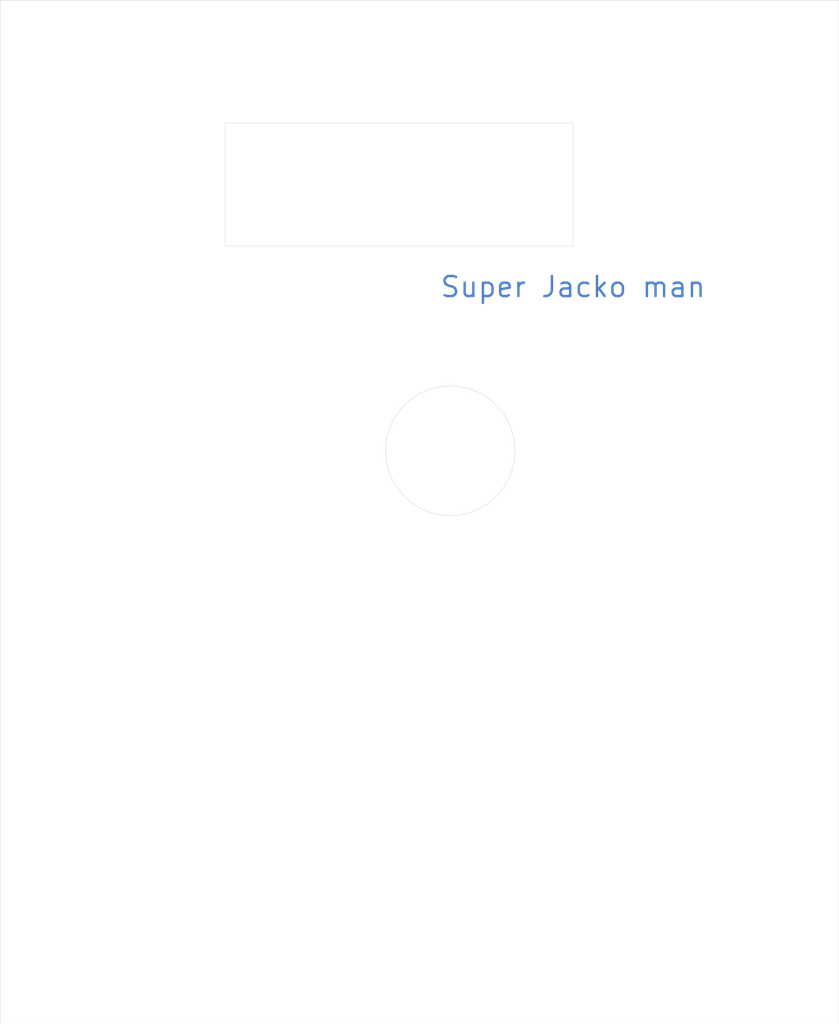
<source format=kicad_pcb>
(kicad_pcb (version 20171130) (host pcbnew "(5.1.9)-1")

  (general
    (thickness 1.6)
    (drawings 12)
    (tracks 0)
    (zones 0)
    (modules 0)
    (nets 1)
  )

  (page A4)
  (layers
    (0 F.Cu signal)
    (31 B.Cu signal)
    (32 B.Adhes user)
    (33 F.Adhes user)
    (34 B.Paste user)
    (35 F.Paste user)
    (36 B.SilkS user)
    (37 F.SilkS user)
    (38 B.Mask user)
    (39 F.Mask user)
    (40 Dwgs.User user)
    (41 Cmts.User user)
    (42 Eco1.User user)
    (43 Eco2.User user)
    (44 Edge.Cuts user)
    (45 Margin user)
    (46 B.CrtYd user)
    (47 F.CrtYd user)
    (48 B.Fab user)
    (49 F.Fab user)
  )

  (setup
    (last_trace_width 0.25)
    (trace_clearance 0.2)
    (zone_clearance 0.508)
    (zone_45_only no)
    (trace_min 0.2)
    (via_size 0.8)
    (via_drill 0.4)
    (via_min_size 0.4)
    (via_min_drill 0.3)
    (uvia_size 0.3)
    (uvia_drill 0.1)
    (uvias_allowed no)
    (uvia_min_size 0.2)
    (uvia_min_drill 0.1)
    (edge_width 0.05)
    (segment_width 0.2)
    (pcb_text_width 0.3)
    (pcb_text_size 1.5 1.5)
    (mod_edge_width 0.12)
    (mod_text_size 1 1)
    (mod_text_width 0.15)
    (pad_size 1.524 1.524)
    (pad_drill 0.762)
    (pad_to_mask_clearance 0)
    (aux_axis_origin 0 0)
    (visible_elements FFFFFF7F)
    (pcbplotparams
      (layerselection 0x010fc_ffffffff)
      (usegerberextensions false)
      (usegerberattributes true)
      (usegerberadvancedattributes true)
      (creategerberjobfile true)
      (excludeedgelayer true)
      (linewidth 0.100000)
      (plotframeref false)
      (viasonmask false)
      (mode 1)
      (useauxorigin false)
      (hpglpennumber 1)
      (hpglpenspeed 20)
      (hpglpendiameter 15.000000)
      (psnegative false)
      (psa4output false)
      (plotreference true)
      (plotvalue true)
      (plotinvisibletext false)
      (padsonsilk false)
      (subtractmaskfromsilk false)
      (outputformat 1)
      (mirror false)
      (drillshape 1)
      (scaleselection 1)
      (outputdirectory ""))
  )

  (net 0 "")

  (net_class Default "This is the default net class."
    (clearance 0.2)
    (trace_width 0.25)
    (via_dia 0.8)
    (via_drill 0.4)
    (uvia_dia 0.3)
    (uvia_drill 0.1)
  )

  (gr_circle (center 129.54 81.28) (end 137.16 83.82) (layer Edge.Cuts) (width 0.05))
  (gr_text "Super Jacko man" (at 144.78 60.96) (layer B.Cu)
    (effects (font (size 2.5 2.5) (thickness 0.3)))
  )
  (gr_line (start 144.78 40.64) (end 101.6 40.64) (layer Edge.Cuts) (width 0.05) (tstamp 601E83DB))
  (gr_line (start 144.78 55.88) (end 144.78 40.64) (layer Edge.Cuts) (width 0.05))
  (gr_line (start 101.6 55.88) (end 144.78 55.88) (layer Edge.Cuts) (width 0.05))
  (gr_line (start 101.6 40.64) (end 101.6 55.88) (layer Edge.Cuts) (width 0.05))
  (gr_line (start 73.66 25.4) (end 76.2 25.4) (layer Edge.Cuts) (width 0.05) (tstamp 601E82C8))
  (gr_line (start 73.66 152.4) (end 73.66 25.4) (layer Edge.Cuts) (width 0.05))
  (gr_line (start 78.74 152.4) (end 73.66 152.4) (layer Edge.Cuts) (width 0.05))
  (gr_line (start 177.8 152.4) (end 78.74 152.4) (layer Edge.Cuts) (width 0.05))
  (gr_line (start 177.8 25.4) (end 177.8 152.4) (layer Edge.Cuts) (width 0.05))
  (gr_line (start 76.2 25.4) (end 177.8 25.4) (layer Edge.Cuts) (width 0.05))

)

</source>
